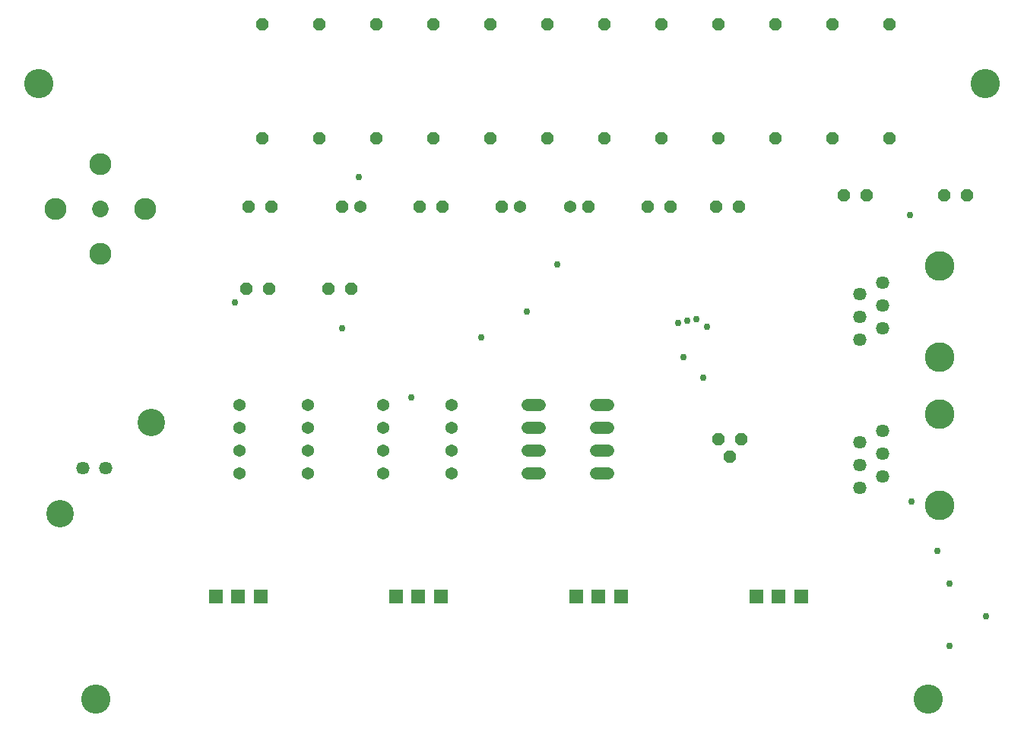
<source format=gbs>
G75*
G70*
%OFA0B0*%
%FSLAX24Y24*%
%IPPOS*%
%LPD*%
%AMOC8*
5,1,8,0,0,1.08239X$1,22.5*
%
%ADD10C,0.1280*%
%ADD11OC8,0.0540*%
%ADD12C,0.0540*%
%ADD13C,0.0540*%
%ADD14C,0.0574*%
%ADD15C,0.1300*%
%ADD16C,0.0729*%
%ADD17C,0.0965*%
%ADD18R,0.0614X0.0614*%
%ADD19C,0.1201*%
%ADD20C,0.0298*%
D10*
X004100Y001600D03*
X040600Y001600D03*
X043100Y028600D03*
X001600Y028600D03*
D11*
X010800Y023200D03*
X011800Y023200D03*
X014900Y023200D03*
X018300Y023200D03*
X019300Y023200D03*
X021900Y023200D03*
X025700Y023200D03*
X028300Y023200D03*
X029300Y023200D03*
X031300Y023200D03*
X032300Y023200D03*
X031375Y026200D03*
X033875Y026200D03*
X036375Y026200D03*
X038875Y026200D03*
X037906Y023700D03*
X036906Y023700D03*
X041300Y023700D03*
X042300Y023700D03*
X038875Y031200D03*
X036375Y031200D03*
X033875Y031200D03*
X031375Y031200D03*
X028875Y031200D03*
X026375Y031200D03*
X023875Y031200D03*
X021375Y031200D03*
X018875Y031200D03*
X016375Y031200D03*
X013875Y031200D03*
X011375Y031200D03*
X011375Y026200D03*
X013875Y026200D03*
X016375Y026200D03*
X018875Y026200D03*
X021375Y026200D03*
X023875Y026200D03*
X026375Y026200D03*
X028875Y026200D03*
X015300Y019600D03*
X014300Y019600D03*
X011700Y019600D03*
X010700Y019600D03*
X031394Y012981D03*
X031894Y012231D03*
X032394Y012981D03*
D12*
X019700Y012500D03*
X019700Y011500D03*
X019700Y013500D03*
X019700Y014500D03*
X016700Y014500D03*
X016700Y013500D03*
X016700Y012500D03*
X016700Y011500D03*
X013400Y011500D03*
X013400Y012500D03*
X013400Y013500D03*
X013400Y014500D03*
X010400Y014500D03*
X010400Y013500D03*
X010400Y012500D03*
X010400Y011500D03*
X015700Y023200D03*
X022700Y023200D03*
X024900Y023200D03*
D13*
X026040Y014500D02*
X026560Y014500D01*
X026560Y013500D02*
X026040Y013500D01*
X026040Y012500D02*
X026560Y012500D01*
X026560Y011500D02*
X026040Y011500D01*
X023560Y011500D02*
X023040Y011500D01*
X023040Y012500D02*
X023560Y012500D01*
X023560Y013500D02*
X023040Y013500D01*
X023040Y014500D02*
X023560Y014500D01*
D14*
X037600Y012850D03*
X038600Y012350D03*
X037600Y011850D03*
X038600Y011350D03*
X037600Y010850D03*
X038600Y013350D03*
X037600Y017350D03*
X038600Y017850D03*
X037600Y018350D03*
X038600Y018850D03*
X037600Y019350D03*
X038600Y019850D03*
X004535Y011735D03*
X003535Y011735D03*
D15*
X041100Y010100D03*
X041100Y014100D03*
X041100Y016600D03*
X041100Y020600D03*
D16*
X004300Y023100D03*
D17*
X002331Y023100D03*
X004300Y021131D03*
X006269Y023100D03*
X004300Y025069D03*
D18*
X009346Y006100D03*
X010330Y006100D03*
X011314Y006100D03*
X017246Y006100D03*
X018230Y006100D03*
X019214Y006100D03*
X025146Y006100D03*
X026130Y006100D03*
X027114Y006100D03*
X033046Y006100D03*
X034030Y006100D03*
X035014Y006100D03*
D19*
X006535Y013735D03*
X002535Y009735D03*
D20*
X014900Y017860D03*
X017940Y014820D03*
X020980Y017460D03*
X022980Y018580D03*
X024340Y020660D03*
X029620Y018100D03*
X030020Y018180D03*
X030420Y018260D03*
X030900Y017940D03*
X029860Y016580D03*
X030740Y015700D03*
X039860Y010260D03*
X040980Y008100D03*
X041540Y006660D03*
X043140Y005220D03*
X041540Y003940D03*
X039780Y022820D03*
X015620Y024500D03*
X010180Y018980D03*
M02*

</source>
